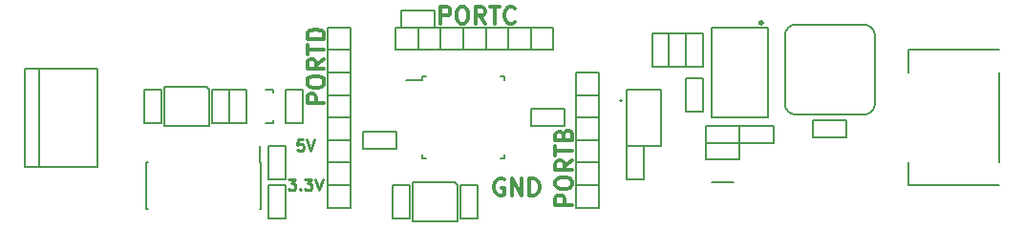
<source format=gto>
G04 #@! TF.FileFunction,Legend,Top*
%FSLAX46Y46*%
G04 Gerber Fmt 4.6, Leading zero omitted, Abs format (unit mm)*
G04 Created by KiCad (PCBNEW 4.0.2+dfsg1-stable) date su  5. maaliskuuta 2017 13.54.13*
%MOMM*%
G01*
G04 APERTURE LIST*
%ADD10C,0.100000*%
%ADD11C,0.250000*%
%ADD12C,0.300000*%
%ADD13C,0.150000*%
%ADD14C,0.500000*%
%ADD15C,0.200000*%
G04 APERTURE END LIST*
D10*
D11*
X129809524Y-101952381D02*
X129333333Y-101952381D01*
X129285714Y-102428571D01*
X129333333Y-102380952D01*
X129428571Y-102333333D01*
X129666667Y-102333333D01*
X129761905Y-102380952D01*
X129809524Y-102428571D01*
X129857143Y-102523810D01*
X129857143Y-102761905D01*
X129809524Y-102857143D01*
X129761905Y-102904762D01*
X129666667Y-102952381D01*
X129428571Y-102952381D01*
X129333333Y-102904762D01*
X129285714Y-102857143D01*
X130142857Y-101952381D02*
X130476190Y-102952381D01*
X130809524Y-101952381D01*
X128523810Y-105452381D02*
X129142858Y-105452381D01*
X128809524Y-105833333D01*
X128952382Y-105833333D01*
X129047620Y-105880952D01*
X129095239Y-105928571D01*
X129142858Y-106023810D01*
X129142858Y-106261905D01*
X129095239Y-106357143D01*
X129047620Y-106404762D01*
X128952382Y-106452381D01*
X128666667Y-106452381D01*
X128571429Y-106404762D01*
X128523810Y-106357143D01*
X129571429Y-106357143D02*
X129619048Y-106404762D01*
X129571429Y-106452381D01*
X129523810Y-106404762D01*
X129571429Y-106357143D01*
X129571429Y-106452381D01*
X129952381Y-105452381D02*
X130571429Y-105452381D01*
X130238095Y-105833333D01*
X130380953Y-105833333D01*
X130476191Y-105880952D01*
X130523810Y-105928571D01*
X130571429Y-106023810D01*
X130571429Y-106261905D01*
X130523810Y-106357143D01*
X130476191Y-106404762D01*
X130380953Y-106452381D01*
X130095238Y-106452381D01*
X130000000Y-106404762D01*
X129952381Y-106357143D01*
X130857143Y-105452381D02*
X131190476Y-106452381D01*
X131523810Y-105452381D01*
D12*
X147607143Y-105500000D02*
X147464286Y-105428571D01*
X147250000Y-105428571D01*
X147035715Y-105500000D01*
X146892857Y-105642857D01*
X146821429Y-105785714D01*
X146750000Y-106071429D01*
X146750000Y-106285714D01*
X146821429Y-106571429D01*
X146892857Y-106714286D01*
X147035715Y-106857143D01*
X147250000Y-106928571D01*
X147392857Y-106928571D01*
X147607143Y-106857143D01*
X147678572Y-106785714D01*
X147678572Y-106285714D01*
X147392857Y-106285714D01*
X148321429Y-106928571D02*
X148321429Y-105428571D01*
X149178572Y-106928571D01*
X149178572Y-105428571D01*
X149892858Y-106928571D02*
X149892858Y-105428571D01*
X150250001Y-105428571D01*
X150464286Y-105500000D01*
X150607144Y-105642857D01*
X150678572Y-105785714D01*
X150750001Y-106071429D01*
X150750001Y-106285714D01*
X150678572Y-106571429D01*
X150607144Y-106714286D01*
X150464286Y-106857143D01*
X150250001Y-106928571D01*
X149892858Y-106928571D01*
X153678571Y-107750000D02*
X152178571Y-107750000D01*
X152178571Y-107178572D01*
X152250000Y-107035714D01*
X152321429Y-106964286D01*
X152464286Y-106892857D01*
X152678571Y-106892857D01*
X152821429Y-106964286D01*
X152892857Y-107035714D01*
X152964286Y-107178572D01*
X152964286Y-107750000D01*
X152178571Y-105964286D02*
X152178571Y-105678572D01*
X152250000Y-105535714D01*
X152392857Y-105392857D01*
X152678571Y-105321429D01*
X153178571Y-105321429D01*
X153464286Y-105392857D01*
X153607143Y-105535714D01*
X153678571Y-105678572D01*
X153678571Y-105964286D01*
X153607143Y-106107143D01*
X153464286Y-106250000D01*
X153178571Y-106321429D01*
X152678571Y-106321429D01*
X152392857Y-106250000D01*
X152250000Y-106107143D01*
X152178571Y-105964286D01*
X153678571Y-103821428D02*
X152964286Y-104321428D01*
X153678571Y-104678571D02*
X152178571Y-104678571D01*
X152178571Y-104107143D01*
X152250000Y-103964285D01*
X152321429Y-103892857D01*
X152464286Y-103821428D01*
X152678571Y-103821428D01*
X152821429Y-103892857D01*
X152892857Y-103964285D01*
X152964286Y-104107143D01*
X152964286Y-104678571D01*
X152178571Y-103392857D02*
X152178571Y-102535714D01*
X153678571Y-102964285D02*
X152178571Y-102964285D01*
X152892857Y-101535714D02*
X152964286Y-101321428D01*
X153035714Y-101250000D01*
X153178571Y-101178571D01*
X153392857Y-101178571D01*
X153535714Y-101250000D01*
X153607143Y-101321428D01*
X153678571Y-101464286D01*
X153678571Y-102035714D01*
X152178571Y-102035714D01*
X152178571Y-101535714D01*
X152250000Y-101392857D01*
X152321429Y-101321428D01*
X152464286Y-101250000D01*
X152607143Y-101250000D01*
X152750000Y-101321428D01*
X152821429Y-101392857D01*
X152892857Y-101535714D01*
X152892857Y-102035714D01*
X142000000Y-91678571D02*
X142000000Y-90178571D01*
X142571428Y-90178571D01*
X142714286Y-90250000D01*
X142785714Y-90321429D01*
X142857143Y-90464286D01*
X142857143Y-90678571D01*
X142785714Y-90821429D01*
X142714286Y-90892857D01*
X142571428Y-90964286D01*
X142000000Y-90964286D01*
X143785714Y-90178571D02*
X144071428Y-90178571D01*
X144214286Y-90250000D01*
X144357143Y-90392857D01*
X144428571Y-90678571D01*
X144428571Y-91178571D01*
X144357143Y-91464286D01*
X144214286Y-91607143D01*
X144071428Y-91678571D01*
X143785714Y-91678571D01*
X143642857Y-91607143D01*
X143500000Y-91464286D01*
X143428571Y-91178571D01*
X143428571Y-90678571D01*
X143500000Y-90392857D01*
X143642857Y-90250000D01*
X143785714Y-90178571D01*
X145928572Y-91678571D02*
X145428572Y-90964286D01*
X145071429Y-91678571D02*
X145071429Y-90178571D01*
X145642857Y-90178571D01*
X145785715Y-90250000D01*
X145857143Y-90321429D01*
X145928572Y-90464286D01*
X145928572Y-90678571D01*
X145857143Y-90821429D01*
X145785715Y-90892857D01*
X145642857Y-90964286D01*
X145071429Y-90964286D01*
X146357143Y-90178571D02*
X147214286Y-90178571D01*
X146785715Y-91678571D02*
X146785715Y-90178571D01*
X148571429Y-91535714D02*
X148500000Y-91607143D01*
X148285714Y-91678571D01*
X148142857Y-91678571D01*
X147928572Y-91607143D01*
X147785714Y-91464286D01*
X147714286Y-91321429D01*
X147642857Y-91035714D01*
X147642857Y-90821429D01*
X147714286Y-90535714D01*
X147785714Y-90392857D01*
X147928572Y-90250000D01*
X148142857Y-90178571D01*
X148285714Y-90178571D01*
X148500000Y-90250000D01*
X148571429Y-90321429D01*
X131678571Y-98750000D02*
X130178571Y-98750000D01*
X130178571Y-98178572D01*
X130250000Y-98035714D01*
X130321429Y-97964286D01*
X130464286Y-97892857D01*
X130678571Y-97892857D01*
X130821429Y-97964286D01*
X130892857Y-98035714D01*
X130964286Y-98178572D01*
X130964286Y-98750000D01*
X130178571Y-96964286D02*
X130178571Y-96678572D01*
X130250000Y-96535714D01*
X130392857Y-96392857D01*
X130678571Y-96321429D01*
X131178571Y-96321429D01*
X131464286Y-96392857D01*
X131607143Y-96535714D01*
X131678571Y-96678572D01*
X131678571Y-96964286D01*
X131607143Y-97107143D01*
X131464286Y-97250000D01*
X131178571Y-97321429D01*
X130678571Y-97321429D01*
X130392857Y-97250000D01*
X130250000Y-97107143D01*
X130178571Y-96964286D01*
X131678571Y-94821428D02*
X130964286Y-95321428D01*
X131678571Y-95678571D02*
X130178571Y-95678571D01*
X130178571Y-95107143D01*
X130250000Y-94964285D01*
X130321429Y-94892857D01*
X130464286Y-94821428D01*
X130678571Y-94821428D01*
X130821429Y-94892857D01*
X130892857Y-94964285D01*
X130964286Y-95107143D01*
X130964286Y-95678571D01*
X130178571Y-94392857D02*
X130178571Y-93535714D01*
X131678571Y-93964285D02*
X130178571Y-93964285D01*
X131678571Y-93035714D02*
X130178571Y-93035714D01*
X130178571Y-92678571D01*
X130250000Y-92464286D01*
X130392857Y-92321428D01*
X130535714Y-92250000D01*
X130821429Y-92178571D01*
X131035714Y-92178571D01*
X131321429Y-92250000D01*
X131464286Y-92321428D01*
X131607143Y-92464286D01*
X131678571Y-92678571D01*
X131678571Y-93035714D01*
D13*
X172500000Y-98750000D02*
X172500000Y-92750000D01*
X173500000Y-99750000D02*
X179500000Y-99750000D01*
X180500000Y-92750000D02*
X180500000Y-98750000D01*
X173500000Y-91750000D02*
X179500000Y-91750000D01*
X173500000Y-91750000D02*
G75*
G03X172500000Y-92750000I0J-1000000D01*
G01*
X172500000Y-98750000D02*
G75*
G03X173500000Y-99750000I1000000J0D01*
G01*
X179500000Y-99750000D02*
G75*
G03X180500000Y-98750000I0J1000000D01*
G01*
X180500000Y-92750000D02*
G75*
G03X179500000Y-91750000I-1000000J0D01*
G01*
X126075000Y-103925000D02*
X125970000Y-103925000D01*
X126075000Y-108075000D02*
X125970000Y-108075000D01*
X115925000Y-108075000D02*
X116030000Y-108075000D01*
X115925000Y-103925000D02*
X116030000Y-103925000D01*
X126075000Y-103925000D02*
X126075000Y-108075000D01*
X115925000Y-103925000D02*
X115925000Y-108075000D01*
X125970000Y-103925000D02*
X125970000Y-102550000D01*
X105182540Y-95649100D02*
X105182540Y-104349100D01*
X111587540Y-95649100D02*
X111587540Y-104349100D01*
X111587540Y-104349100D02*
X105182540Y-104349100D01*
X106412540Y-104349100D02*
X106412540Y-95649100D01*
X105182540Y-95649100D02*
X111587540Y-95649100D01*
X171000000Y-92000000D02*
X166000000Y-92000000D01*
X166000000Y-92000000D02*
X166000000Y-100000000D01*
X166000000Y-100000000D02*
X171000000Y-100000000D01*
X171000000Y-100000000D02*
X171000000Y-92000000D01*
D14*
X170415000Y-91600000D02*
G75*
G03X170415000Y-91600000I-10000J0D01*
G01*
D13*
X140375000Y-96375000D02*
X140375000Y-96700000D01*
X147625000Y-96375000D02*
X147625000Y-96700000D01*
X147625000Y-103625000D02*
X147625000Y-103300000D01*
X140375000Y-103625000D02*
X140375000Y-103300000D01*
X140375000Y-96375000D02*
X140700000Y-96375000D01*
X140375000Y-103625000D02*
X140700000Y-103625000D01*
X147625000Y-103625000D02*
X147300000Y-103625000D01*
X147625000Y-96375000D02*
X147300000Y-96375000D01*
X140375000Y-96700000D02*
X138950000Y-96700000D01*
X154000000Y-108000000D02*
X154000000Y-106000000D01*
X154000000Y-106000000D02*
X156000000Y-106000000D01*
X156000000Y-106000000D02*
X156000000Y-108000000D01*
X156000000Y-108000000D02*
X154000000Y-108000000D01*
X154000000Y-106000000D02*
X154000000Y-104000000D01*
X154000000Y-104000000D02*
X156000000Y-104000000D01*
X156000000Y-104000000D02*
X156000000Y-106000000D01*
X156000000Y-106000000D02*
X154000000Y-106000000D01*
X154000000Y-104000000D02*
X154000000Y-102000000D01*
X154000000Y-102000000D02*
X156000000Y-102000000D01*
X156000000Y-102000000D02*
X156000000Y-104000000D01*
X156000000Y-104000000D02*
X154000000Y-104000000D01*
X154000000Y-102000000D02*
X154000000Y-100000000D01*
X154000000Y-100000000D02*
X156000000Y-100000000D01*
X156000000Y-100000000D02*
X156000000Y-102000000D01*
X156000000Y-102000000D02*
X154000000Y-102000000D01*
X154000000Y-100000000D02*
X154000000Y-98000000D01*
X154000000Y-98000000D02*
X156000000Y-98000000D01*
X156000000Y-98000000D02*
X156000000Y-100000000D01*
X156000000Y-100000000D02*
X154000000Y-100000000D01*
X154000000Y-98000000D02*
X154000000Y-96000000D01*
X154000000Y-96000000D02*
X156000000Y-96000000D01*
X156000000Y-96000000D02*
X156000000Y-98000000D01*
X156000000Y-98000000D02*
X154000000Y-98000000D01*
X152000000Y-94000000D02*
X150000000Y-94000000D01*
X150000000Y-94000000D02*
X150000000Y-92000000D01*
X150000000Y-92000000D02*
X152000000Y-92000000D01*
X152000000Y-92000000D02*
X152000000Y-94000000D01*
X150000000Y-94000000D02*
X148000000Y-94000000D01*
X148000000Y-94000000D02*
X148000000Y-92000000D01*
X148000000Y-92000000D02*
X150000000Y-92000000D01*
X150000000Y-92000000D02*
X150000000Y-94000000D01*
X148000000Y-94000000D02*
X146000000Y-94000000D01*
X146000000Y-94000000D02*
X146000000Y-92000000D01*
X146000000Y-92000000D02*
X148000000Y-92000000D01*
X148000000Y-92000000D02*
X148000000Y-94000000D01*
X146000000Y-94000000D02*
X144000000Y-94000000D01*
X144000000Y-94000000D02*
X144000000Y-92000000D01*
X144000000Y-92000000D02*
X146000000Y-92000000D01*
X146000000Y-92000000D02*
X146000000Y-94000000D01*
X144000000Y-94000000D02*
X142000000Y-94000000D01*
X142000000Y-94000000D02*
X142000000Y-92000000D01*
X142000000Y-92000000D02*
X144000000Y-92000000D01*
X144000000Y-92000000D02*
X144000000Y-94000000D01*
X142000000Y-94000000D02*
X140000000Y-94000000D01*
X140000000Y-94000000D02*
X140000000Y-92000000D01*
X140000000Y-92000000D02*
X142000000Y-92000000D01*
X142000000Y-92000000D02*
X142000000Y-94000000D01*
X140000000Y-94000000D02*
X138000000Y-94000000D01*
X138000000Y-94000000D02*
X138000000Y-92000000D01*
X138000000Y-92000000D02*
X140000000Y-92000000D01*
X140000000Y-92000000D02*
X140000000Y-94000000D01*
X134000000Y-94000000D02*
X134000000Y-96000000D01*
X134000000Y-96000000D02*
X132000000Y-96000000D01*
X132000000Y-96000000D02*
X132000000Y-94000000D01*
X132000000Y-94000000D02*
X134000000Y-94000000D01*
X134000000Y-92000000D02*
X134000000Y-94000000D01*
X134000000Y-94000000D02*
X132000000Y-94000000D01*
X132000000Y-94000000D02*
X132000000Y-92000000D01*
X132000000Y-92000000D02*
X134000000Y-92000000D01*
X134000000Y-96000000D02*
X134000000Y-98000000D01*
X134000000Y-98000000D02*
X132000000Y-98000000D01*
X132000000Y-98000000D02*
X132000000Y-96000000D01*
X132000000Y-96000000D02*
X134000000Y-96000000D01*
X134000000Y-98000000D02*
X134000000Y-100000000D01*
X134000000Y-100000000D02*
X132000000Y-100000000D01*
X132000000Y-100000000D02*
X132000000Y-98000000D01*
X132000000Y-98000000D02*
X134000000Y-98000000D01*
X134000000Y-100000000D02*
X134000000Y-102000000D01*
X134000000Y-102000000D02*
X132000000Y-102000000D01*
X132000000Y-102000000D02*
X132000000Y-100000000D01*
X132000000Y-100000000D02*
X134000000Y-100000000D01*
X134000000Y-102000000D02*
X134000000Y-104000000D01*
X134000000Y-104000000D02*
X132000000Y-104000000D01*
X132000000Y-104000000D02*
X132000000Y-102000000D01*
X132000000Y-102000000D02*
X134000000Y-102000000D01*
X134000000Y-104000000D02*
X134000000Y-106000000D01*
X134000000Y-106000000D02*
X132000000Y-106000000D01*
X132000000Y-106000000D02*
X132000000Y-104000000D01*
X132000000Y-104000000D02*
X134000000Y-104000000D01*
X134000000Y-106000000D02*
X134000000Y-108000000D01*
X134000000Y-108000000D02*
X132000000Y-108000000D01*
X132000000Y-108000000D02*
X132000000Y-106000000D01*
X132000000Y-106000000D02*
X134000000Y-106000000D01*
X127150240Y-100299160D02*
X127150240Y-100250900D01*
X126449200Y-97500180D02*
X127150240Y-97500180D01*
X127150240Y-97500180D02*
X127150240Y-97749100D01*
X127150240Y-100299160D02*
X127150240Y-100499820D01*
X127150240Y-100499820D02*
X126449200Y-100499820D01*
X168000000Y-103725000D02*
X166000000Y-103725000D01*
X166000000Y-105775000D02*
X168000000Y-105775000D01*
X191500000Y-104000000D02*
X191500000Y-96000000D01*
X191500000Y-106000000D02*
X183500000Y-106000000D01*
X183500000Y-94000000D02*
X191500000Y-94000000D01*
X183500000Y-94000000D02*
X183500000Y-96000000D01*
X183500000Y-106000000D02*
X183500000Y-104000000D01*
X178000000Y-101750000D02*
X178000000Y-100250000D01*
X178000000Y-100250000D02*
X175000000Y-100250000D01*
X175000000Y-100250000D02*
X175000000Y-101750000D01*
X175000000Y-101750000D02*
X178000000Y-101750000D01*
X135100000Y-101250000D02*
X135100000Y-102750000D01*
X135100000Y-102750000D02*
X138100000Y-102750000D01*
X138100000Y-102750000D02*
X138100000Y-101250000D01*
X138100000Y-101250000D02*
X135100000Y-101250000D01*
X153000000Y-100750000D02*
X153000000Y-99250000D01*
X153000000Y-99250000D02*
X150000000Y-99250000D01*
X150000000Y-99250000D02*
X150000000Y-100750000D01*
X150000000Y-100750000D02*
X153000000Y-100750000D01*
X138500000Y-90500000D02*
X138500000Y-92000000D01*
X138500000Y-92000000D02*
X141500000Y-92000000D01*
X141500000Y-92000000D02*
X141500000Y-90500000D01*
X141500000Y-90500000D02*
X138500000Y-90500000D01*
X139250000Y-106000000D02*
X137750000Y-106000000D01*
X137750000Y-106000000D02*
X137750000Y-109000000D01*
X137750000Y-109000000D02*
X139250000Y-109000000D01*
X139250000Y-109000000D02*
X139250000Y-106000000D01*
X126750000Y-105500000D02*
X128250000Y-105500000D01*
X128250000Y-105500000D02*
X128250000Y-102500000D01*
X128250000Y-102500000D02*
X126750000Y-102500000D01*
X126750000Y-102500000D02*
X126750000Y-105500000D01*
X143750000Y-109000000D02*
X145250000Y-109000000D01*
X145250000Y-109000000D02*
X145250000Y-106000000D01*
X145250000Y-106000000D02*
X143750000Y-106000000D01*
X143750000Y-106000000D02*
X143750000Y-109000000D01*
X160750000Y-95500000D02*
X162250000Y-95500000D01*
X162250000Y-95500000D02*
X162250000Y-92500000D01*
X162250000Y-92500000D02*
X160750000Y-92500000D01*
X160750000Y-92500000D02*
X160750000Y-95500000D01*
X160000000Y-102500000D02*
X158500000Y-102500000D01*
X158500000Y-102500000D02*
X158500000Y-105500000D01*
X158500000Y-105500000D02*
X160000000Y-105500000D01*
X160000000Y-105500000D02*
X160000000Y-102500000D01*
X168500000Y-103750000D02*
X168500000Y-102250000D01*
X168500000Y-102250000D02*
X165500000Y-102250000D01*
X165500000Y-102250000D02*
X165500000Y-103750000D01*
X165500000Y-103750000D02*
X168500000Y-103750000D01*
X171500000Y-102250000D02*
X171500000Y-100750000D01*
X171500000Y-100750000D02*
X168500000Y-100750000D01*
X168500000Y-100750000D02*
X168500000Y-102250000D01*
X168500000Y-102250000D02*
X171500000Y-102250000D01*
X126750000Y-109000000D02*
X128250000Y-109000000D01*
X128250000Y-109000000D02*
X128250000Y-106000000D01*
X128250000Y-106000000D02*
X126750000Y-106000000D01*
X126750000Y-106000000D02*
X126750000Y-109000000D01*
X165250000Y-96500000D02*
X163750000Y-96500000D01*
X163750000Y-96500000D02*
X163750000Y-99500000D01*
X163750000Y-99500000D02*
X165250000Y-99500000D01*
X165250000Y-99500000D02*
X165250000Y-96500000D01*
X162250000Y-95500000D02*
X163750000Y-95500000D01*
X163750000Y-95500000D02*
X163750000Y-92500000D01*
X163750000Y-92500000D02*
X162250000Y-92500000D01*
X162250000Y-92500000D02*
X162250000Y-95500000D01*
X165500000Y-100750000D02*
X165500000Y-102250000D01*
X165500000Y-102250000D02*
X168500000Y-102250000D01*
X168500000Y-102250000D02*
X168500000Y-100750000D01*
X168500000Y-100750000D02*
X165500000Y-100750000D01*
X163750000Y-95500000D02*
X165250000Y-95500000D01*
X165250000Y-95500000D02*
X165250000Y-92500000D01*
X165250000Y-92500000D02*
X163750000Y-92500000D01*
X163750000Y-92500000D02*
X163750000Y-95500000D01*
X117250000Y-97500000D02*
X115750000Y-97500000D01*
X115750000Y-97500000D02*
X115750000Y-100500000D01*
X115750000Y-100500000D02*
X117250000Y-100500000D01*
X117250000Y-100500000D02*
X117250000Y-97500000D01*
X121750000Y-100500000D02*
X123250000Y-100500000D01*
X123250000Y-100500000D02*
X123250000Y-97500000D01*
X123250000Y-97500000D02*
X121750000Y-97500000D01*
X121750000Y-97500000D02*
X121750000Y-100500000D01*
X123250000Y-100500000D02*
X124750000Y-100500000D01*
X124750000Y-100500000D02*
X124750000Y-97500000D01*
X124750000Y-97500000D02*
X123250000Y-97500000D01*
X123250000Y-97500000D02*
X123250000Y-100500000D01*
X128250000Y-100500000D02*
X129750000Y-100500000D01*
X129750000Y-100500000D02*
X129750000Y-97500000D01*
X129750000Y-97500000D02*
X128250000Y-97500000D01*
X128250000Y-97500000D02*
X128250000Y-100500000D01*
X143250000Y-105750000D02*
X139500000Y-105750000D01*
X143500000Y-106000000D02*
X143500000Y-109250000D01*
X143500000Y-106000000D02*
X143250000Y-105750000D01*
X139500000Y-105750000D02*
X139500000Y-109250000D01*
X139500000Y-109250000D02*
X143500000Y-109250000D01*
X121250000Y-97250000D02*
X117500000Y-97250000D01*
X121500000Y-97500000D02*
X121500000Y-100750000D01*
X121500000Y-97500000D02*
X121250000Y-97250000D01*
X117500000Y-97250000D02*
X117500000Y-100750000D01*
X117500000Y-100750000D02*
X121500000Y-100750000D01*
D15*
X158100000Y-98500000D02*
G75*
G03X158100000Y-98500000I-100000J0D01*
G01*
D13*
X158500000Y-97500000D02*
X161500000Y-97500000D01*
X161500000Y-97500000D02*
X161500000Y-102500000D01*
X161500000Y-102500000D02*
X158500000Y-102500000D01*
X158500000Y-102500000D02*
X158500000Y-97500000D01*
M02*

</source>
